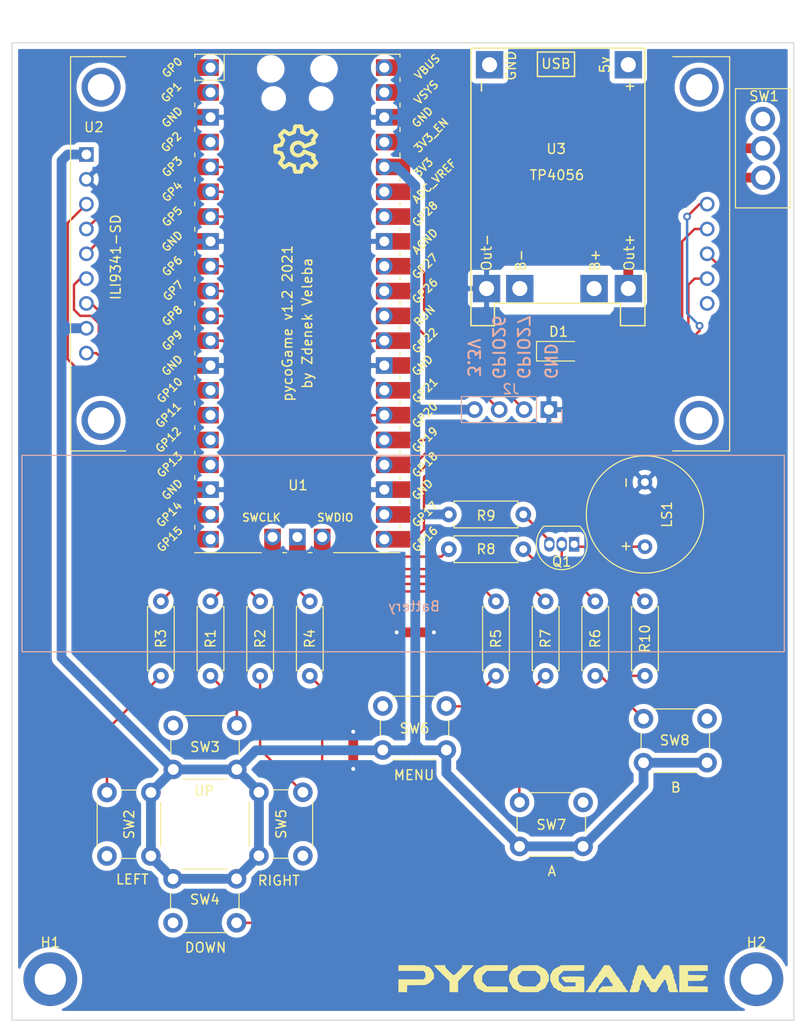
<source format=kicad_pcb>
(kicad_pcb (version 20171130) (host pcbnew "(5.1.9)-1")
  (layers (0 F.Cu signal) (31 B.Cu signal) (35 F.Paste user) (36 B.SilkS user) (37 F.SilkS user) (38 B.Mask user) (39 F.Mask user) (44 Edge.Cuts user))
  (net 0 "")
  (net 1 "Net-(D1-Pad2)")
  (net 2 /VSYS)
  (net 3 /BTN_UP)
  (net 4 "Net-(R1-Pad1)")
  (net 5 /BTN_LEFT)
  (net 6 "Net-(R2-Pad1)")
  (net 7 /BTN_RIGHT)
  (net 8 "Net-(R3-Pad1)")
  (net 9 /BTN_DOWN)
  (net 10 "Net-(R4-Pad1)")
  (net 11 "Net-(R5-Pad2)")
  (net 12 /BTN_MENU)
  (net 13 /BTN_B)
  (net 14 /BTN_A)
  (net 15 "Net-(SW1-Pad3)")
  (net 16 "Net-(SW1-Pad2)")
  (net 17 +3V3)
  (net 18 "Net-(U1-Pad43)")
  (net 19 "Net-(U1-Pad42)")
  (net 20 "Net-(U1-Pad41)")
  (net 21 SPI0-RX)
  (net 22 SPI0-CS)
  (net 23 GND)
  (net 24 SPI0-SCK)
  (net 25 SPI0-TX)
  (net 26 "Net-(U1-Pad30)")
  (net 27 "Net-(U1-Pad34)")
  (net 28 "Net-(U1-Pad35)")
  (net 29 "Net-(U1-Pad37)")
  (net 30 "Net-(U1-Pad40)")
  (net 31 "Net-(U1-Pad20)")
  (net 32 "Net-(U1-Pad19)")
  (net 33 SPI1-CS)
  (net 34 SPI1-RX)
  (net 35 SPI1-TX)
  (net 36 SPI1-SCK)
  (net 37 "Net-(U1-Pad1)")
  (net 38 "Net-(U2-Pad14)")
  (net 39 "Net-(U3-Pad1)")
  (net 40 "Net-(U3-Pad2)")
  (net 41 "Net-(U3-Pad5)")
  (net 42 "Net-(U3-Pad6)")
  (net 43 /Display_DC)
  (net 44 /Display_RST)
  (net 45 "Net-(R8-Pad2)")
  (net 46 "Net-(Q1-Pad2)")
  (net 47 "Net-(J2-Pad3)")
  (net 48 "Net-(J2-Pad2)")
  (net 49 "Net-(R6-Pad1)")
  (net 50 "Net-(R7-Pad1)")
  (net 51 "Net-(R10-Pad2)")
  (net 52 "Net-(LS1-Pad1)")
  (net 53 "Net-(U1-Pad27)")
  (net 54 "Net-(Q1-Pad3)")
  (module pycoGame:ILI9341-SD (layer F.Cu) (at 123.19 39.37)
    (fp_text reference U2 (at 0.762 -2.794 180) (layer F.SilkS))
    (fp_text value ILI9341-SD (at 3 10.5 90) (layer F.SilkS))
    (pad 1 thru_hole rect (at 0 0) (size 1.5 1.5) (drill 1) (layers *.Cu *.Mask) (net 17 +3V3))
    (pad 2 thru_hole circle (at 0 2.54) (size 1.5 1.5) (drill 1) (layers *.Cu *.Mask) (net 23 GND))
    (pad 3 thru_hole circle (at 0 5.08) (size 1.5 1.5) (drill 1) (layers *.Cu *.Mask) (net 33 SPI1-CS))
    (pad 4 thru_hole circle (at 0 7.62) (size 1.5 1.5) (drill 1) (layers *.Cu *.Mask) (net 44 /Display_RST))
    (pad 5 thru_hole circle (at 0 10.16) (size 1.5 1.5) (drill 1) (layers *.Cu *.Mask) (net 43 /Display_DC))
    (pad 6 thru_hole circle (at 0 12.7) (size 1.5 1.5) (drill 1) (layers *.Cu *.Mask) (net 35 SPI1-TX))
    (pad 7 thru_hole circle (at 0 15.24) (size 1.5 1.5) (drill 1) (layers *.Cu *.Mask) (net 36 SPI1-SCK))
    (pad 8 thru_hole circle (at 0 17.78) (size 1.5 1.5) (drill 1) (layers *.Cu *.Mask) (net 17 +3V3))
    (pad 9 thru_hole circle (at 0 20.32) (size 1.5 1.5) (drill 1) (layers *.Cu *.Mask) (net 34 SPI1-RX))
    (pad 10 thru_hole circle (at 63.52 5.08) (size 1.5 1.5) (drill 1) (layers *.Cu *.Mask) (net 22 SPI0-CS))
    (pad 11 thru_hole circle (at 63.52 7.62) (size 1.5 1.5) (drill 1) (layers *.Cu *.Mask) (net 25 SPI0-TX))
    (pad 12 thru_hole circle (at 63.52 10.16) (size 1.5 1.5) (drill 1) (layers *.Cu *.Mask) (net 21 SPI0-RX))
    (pad 13 thru_hole circle (at 63.52 12.7) (size 1.5 1.5) (drill 1) (layers *.Cu *.Mask) (net 24 SPI0-SCK))
    (pad 14 thru_hole circle (at 63.52 15.24) (size 1.5 1.5) (drill 1) (layers *.Cu *.Mask) (net 38 "Net-(U2-Pad14)"))
    (pad "" thru_hole circle (at 1.5 -6.89) (size 4 4) (drill 2.7) (layers *.Cu *.Mask))
    (pad "" thru_hole circle (at 62.7 -6.89) (size 4 4) (drill 2.7) (layers *.Cu *.Mask))
    (pad "" thru_hole circle (at 62.7 27.21) (size 4 4) (drill 2.7) (layers *.Cu *.Mask))
    (pad "" thru_hole circle (at 1.5 27.21) (size 4 4) (drill 2.7) (layers *.Cu *.Mask))
  )
  (module pycoGame:Speaker_KSQG-706BP (layer F.Cu) (at 180.34 76.2 90)
    (fp_text reference LS1 (at 0 2.25 90) (layer F.SilkS))
    (fp_text value "Speaker KSQG-706BP")
    (fp_text user - (at 3.25 -2 90) (layer F.SilkS))
    (fp_text user + (at -3.25 -2 90) (layer F.SilkS))
    (pad 2 thru_hole circle (at 3.3 0 90) (size 1.5 1.5) (drill 0.8) (layers *.Cu *.Mask) (net 23 GND))
    (pad 1 thru_hole circle (at -3.3 0 90) (size 1.5 1.5) (drill 0.8) (layers *.Cu *.Mask) (net 52 "Net-(LS1-Pad1)"))
  )
  (module pycoGame:BatteryHolder-18650-no-pads (layer B.Cu) (at 119.6 80.2)
    (fp_text reference Battery (at 37.118 5.398) (layer B.SilkS) (effects (justify mirror)))
    (fp_text value "BatteryHolder 18650 no pads")
  )
  (module pycoGame:pycogame_logo (layer F.Cu) (at 170.942 123.698)
    (fp_text reference G*** hide)
    (fp_text value LOGO hide)
  )
  (module Resistor_THT:R_Axial_DIN0207_L6.3mm_D2.5mm_P7.62mm_Horizontal (layer F.Cu) (at 180.34 85.09 270)
    (fp_text reference R10 (at 3.81 0 90) (layer F.SilkS))
    (fp_text value 20k)
    (pad 2 thru_hole oval (at 7.62 0 270) (size 1.6 1.6) (drill 0.8) (layers *.Cu *.Mask) (net 51 "Net-(R10-Pad2)"))
    (pad 1 thru_hole circle (at 0 0 270) (size 1.6 1.6) (drill 0.8) (layers *.Cu *.Mask) (net 46 "Net-(Q1-Pad2)"))
  )
  (module pycoGame:TP4056 (layer F.Cu) (at 180.34 28.486 270)
    (fp_text reference U3 (at 10.3125 9.0805 180) (layer F.SilkS))
    (fp_text value TP4056 (at 13 9 180) (layer F.SilkS))
    (fp_text user GND (at 1.8 13.7 90) (layer F.SilkS))
    (fp_text user 5v (at 1.7 4.1 90) (layer F.SilkS))
    (fp_text user B+ (at 21.7 5.1 90) (layer F.SilkS))
    (fp_text user B- (at 21.7 12.7 90) (layer F.SilkS))
    (fp_text user Out+ (at 20.9 1.6 90) (layer F.SilkS))
    (fp_text user Out- (at 20.9 16.2 90) (layer F.SilkS))
    (fp_text user USB (at 1.6 9.1) (layer F.SilkS))
    (fp_text user - (at 4 16.8 90) (layer F.SilkS))
    (fp_text user + (at 3.9 1.6 90) (layer F.SilkS))
    (pad 6 thru_hole rect (at 24.6 12.8 270) (size 2.8 2.8) (drill 1.54) (layers *.Cu *.Mask) (net 42 "Net-(U3-Pad6)"))
    (pad 5 thru_hole rect (at 24.6 5.2 270) (size 2.8 2.8) (drill 1.54) (layers *.Cu *.Mask) (net 41 "Net-(U3-Pad5)"))
    (pad 4 thru_hole rect (at 24.6 16.2 270) (size 2.8 2.8) (drill 1.54) (layers *.Cu *.Mask) (net 23 GND))
    (pad 3 thru_hole rect (at 24.6 1.7 270) (size 2.8 2.8) (drill 1.54) (layers *.Cu *.Mask) (net 16 "Net-(SW1-Pad2)"))
    (pad 2 thru_hole rect (at 1.7 15.9 270) (size 2.8 2.8) (drill 1.54) (layers *.Cu *.Mask) (net 40 "Net-(U3-Pad2)"))
    (pad 1 thru_hole rect (at 1.7 1.7 270) (size 2.8 2.8) (drill 1.54) (layers *.Cu *.Mask) (net 39 "Net-(U3-Pad1)"))
  )
  (module MountingHole:MountingHole_3.2mm_M3_ISO14580_Pad (layer F.Cu) (at 191.75 123.75)
    (fp_text reference H2 (at 0 -3.75) (layer F.SilkS))
    (fp_text value MountingHole)
    (pad 1 thru_hole circle (at 0 0) (size 5.5 5.5) (drill 3.2) (layers *.Cu *.Mask))
  )
  (module MountingHole:MountingHole_3.2mm_M3_ISO14580_Pad (layer F.Cu) (at 119.5 123.75)
    (fp_text reference H1 (at 0 -3.75) (layer F.SilkS))
    (fp_text value MountingHole)
    (pad 1 thru_hole circle (at 0 0) (size 5.5 5.5) (drill 3.2) (layers *.Cu *.Mask))
  )
  (module Connector_PinHeader_2.54mm:PinHeader_1x04_P2.54mm_Vertical (layer B.Cu) (at 170.512 65.472 90)
    (fp_text reference J2 (at 2.099 -3.888) (layer B.SilkS) (effects (justify mirror)))
    (fp_text value Conn_01x04)
    (pad 4 thru_hole oval (at 0 -7.62 90) (size 1.7 1.7) (drill 1) (layers *.Cu *.Mask) (net 17 +3V3))
    (pad 3 thru_hole oval (at 0 -5.08 90) (size 1.7 1.7) (drill 1) (layers *.Cu *.Mask) (net 47 "Net-(J2-Pad3)"))
    (pad 2 thru_hole oval (at 0 -2.54 90) (size 1.7 1.7) (drill 1) (layers *.Cu *.Mask) (net 48 "Net-(J2-Pad2)"))
    (pad 1 thru_hole rect (at 0 0 90) (size 1.7 1.7) (drill 1) (layers *.Cu *.Mask) (net 23 GND))
  )
  (module Diode_SMD:D_SOD-123 (layer F.Cu) (at 171.5 59.5)
    (fp_text reference D1 (at 0 -2) (layer F.SilkS))
    (fp_text value MBR0520LT1G)
    (pad 2 smd rect (at 1.65 0) (size 0.9 1.2) (layers F.Cu F.Paste F.Mask) (net 1 "Net-(D1-Pad2)"))
    (pad 1 smd rect (at -1.65 0) (size 0.9 1.2) (layers F.Cu F.Paste F.Mask) (net 2 /VSYS))
  )
  (module pypiGame:switch (layer F.Cu) (at 192.405 38.735 90)
    (fp_text reference SW1 (at 5.334 0.127) (layer F.SilkS))
    (fp_text value SW_PWR)
    (pad 3 thru_hole circle (at 3 0 90) (size 2.5 2.5) (drill 1.5) (layers *.Cu *.Mask) (net 15 "Net-(SW1-Pad3)"))
    (pad 1 thru_hole circle (at -3 0 90) (size 2.5 2.5) (drill 1.5) (layers *.Cu *.Mask) (net 1 "Net-(D1-Pad2)"))
    (pad 2 thru_hole circle (at 0 0 90) (size 2.5 2.5) (drill 1.5) (layers *.Cu *.Mask) (net 16 "Net-(SW1-Pad2)"))
  )
  (module Resistor_THT:R_Axial_DIN0207_L6.3mm_D2.5mm_P7.62mm_Horizontal (layer F.Cu) (at 167.894 76.2 180)
    (fp_text reference R9 (at 3.81 -0.127) (layer F.SilkS))
    (fp_text value 200)
    (pad 2 thru_hole oval (at 7.62 0 180) (size 1.6 1.6) (drill 0.8) (layers *.Cu *.Mask) (net 17 +3V3))
    (pad 1 thru_hole circle (at 0 0 180) (size 1.6 1.6) (drill 0.8) (layers *.Cu *.Mask) (net 54 "Net-(Q1-Pad3)"))
  )
  (module Package_TO_SOT_THT:TO-92_Inline (layer F.Cu) (at 173.101 79.248 180)
    (fp_text reference Q1 (at 1.27 -1.778) (layer F.SilkS))
    (fp_text value PN2222A)
    (pad 1 thru_hole rect (at 0 0 180) (size 1.05 1.5) (drill 0.75) (layers *.Cu *.Mask) (net 52 "Net-(LS1-Pad1)"))
    (pad 3 thru_hole oval (at 2.54 0 180) (size 1.05 1.5) (drill 0.75) (layers *.Cu *.Mask) (net 54 "Net-(Q1-Pad3)"))
    (pad 2 thru_hole oval (at 1.27 0 180) (size 1.05 1.5) (drill 0.75) (layers *.Cu *.Mask) (net 46 "Net-(Q1-Pad2)"))
  )
  (module Resistor_THT:R_Axial_DIN0207_L6.3mm_D2.5mm_P7.62mm_Horizontal (layer F.Cu) (at 167.894 79.756 180)
    (fp_text reference R8 (at 3.81 0) (layer F.SilkS))
    (fp_text value 20k)
    (pad 2 thru_hole oval (at 7.62 0 180) (size 1.6 1.6) (drill 0.8) (layers *.Cu *.Mask) (net 45 "Net-(R8-Pad2)"))
    (pad 1 thru_hole circle (at 0 0 180) (size 1.6 1.6) (drill 0.8) (layers *.Cu *.Mask) (net 46 "Net-(Q1-Pad2)"))
  )
  (module RPi_Pico:RPi_Pico_SMD_TH (layer F.Cu) (at 144.78 54.61)
    (fp_text reference U1 (at 0.0635 18.6055) (layer F.SilkS))
    (fp_text value Pico)
    (fp_text user SWDIO (at 3.8735 21.9075) (layer F.SilkS) (effects (font (size 0.8 0.8))))
    (fp_text user SWCLK (at -3.683 21.9075) (layer F.SilkS) (effects (font (size 0.8 0.8))))
    (fp_text user AGND (at 13.054 -6.35 45) (layer F.SilkS) (effects (font (size 0.8 0.8))))
    (fp_text user GND (at 12.8 -19.05 45) (layer F.SilkS) (effects (font (size 0.8 0.8))))
    (fp_text user GND (at 12.8 6.35 45) (layer F.SilkS) (effects (font (size 0.8 0.8))))
    (fp_text user GND (at 12.8 19.05 45) (layer F.SilkS) (effects (font (size 0.8 0.8))))
    (fp_text user GND (at -12.8 19.05 45) (layer F.SilkS) (effects (font (size 0.8 0.8))))
    (fp_text user GND (at -12.8 6.35 45) (layer F.SilkS) (effects (font (size 0.8 0.8))))
    (fp_text user GND (at -12.8 -6.35 45) (layer F.SilkS) (effects (font (size 0.8 0.8))))
    (fp_text user GND (at -12.8 -19.05 45) (layer F.SilkS) (effects (font (size 0.8 0.8))))
    (fp_text user VBUS (at 13.3 -24.2 45) (layer F.SilkS) (effects (font (size 0.8 0.8))))
    (fp_text user VSYS (at 13.2 -21.59 45) (layer F.SilkS) (effects (font (size 0.8 0.8))))
    (fp_text user 3V3_EN (at 13.7 -17.2 45) (layer F.SilkS) (effects (font (size 0.8 0.8))))
    (fp_text user 3V3 (at 12.9 -13.9 45) (layer F.SilkS) (effects (font (size 0.8 0.8))))
    (fp_text user ADC_VREF (at 14 -12.5 45) (layer F.SilkS) (effects (font (size 0.8 0.8))))
    (fp_text user GP28 (at 13.054 -9.144 45) (layer F.SilkS) (effects (font (size 0.8 0.8))))
    (fp_text user GP27 (at 13.054 -3.8 45) (layer F.SilkS) (effects (font (size 0.8 0.8))))
    (fp_text user GP26 (at 13.054 -1.27 45) (layer F.SilkS) (effects (font (size 0.8 0.8))))
    (fp_text user RUN (at 13 1.27 45) (layer F.SilkS) (effects (font (size 0.8 0.8))))
    (fp_text user GP22 (at 13.054 3.81 45) (layer F.SilkS) (effects (font (size 0.8 0.8))))
    (fp_text user GP21 (at 13.054 8.9 45) (layer F.SilkS) (effects (font (size 0.8 0.8))))
    (fp_text user GP20 (at 13.054 11.43 45) (layer F.SilkS) (effects (font (size 0.8 0.8))))
    (fp_text user GP19 (at 13.054 13.97 45) (layer F.SilkS) (effects (font (size 0.8 0.8))))
    (fp_text user GP18 (at 13.054 16.51 45) (layer F.SilkS) (effects (font (size 0.8 0.8))))
    (fp_text user GP17 (at 13.054 21.59 45) (layer F.SilkS) (effects (font (size 0.8 0.8))))
    (fp_text user GP16 (at 13.054 24.13 45) (layer F.SilkS) (effects (font (size 0.8 0.8))))
    (fp_text user GP15 (at -13.054 24.13 45) (layer F.SilkS) (effects (font (size 0.8 0.8))))
    (fp_text user GP14 (at -13.1 21.59 45) (layer F.SilkS) (effects (font (size 0.8 0.8))))
    (fp_text user GP13 (at -13.054 16.51 45) (layer F.SilkS) (effects (font (size 0.8 0.8))))
    (fp_text user GP12 (at -13.2 13.97 45) (layer F.SilkS) (effects (font (size 0.8 0.8))))
    (fp_text user GP11 (at -13.2 11.43 45) (layer F.SilkS) (effects (font (size 0.8 0.8))))
    (fp_text user GP10 (at -13.054 8.89 45) (layer F.SilkS) (effects (font (size 0.8 0.8))))
    (fp_text user GP9 (at -12.8 3.81 45) (layer F.SilkS) (effects (font (size 0.8 0.8))))
    (fp_text user GP8 (at -12.8 1.27 45) (layer F.SilkS) (effects (font (size 0.8 0.8))))
    (fp_text user GP7 (at -12.7 -1.3 45) (layer F.SilkS) (effects (font (size 0.8 0.8))))
    (fp_text user GP6 (at -12.8 -3.81 45) (layer F.SilkS) (effects (font (size 0.8 0.8))))
    (fp_text user GP5 (at -12.8 -8.89 45) (layer F.SilkS) (effects (font (size 0.8 0.8))))
    (fp_text user GP4 (at -12.8 -11.43 45) (layer F.SilkS) (effects (font (size 0.8 0.8))))
    (fp_text user GP3 (at -12.8 -13.97 45) (layer F.SilkS) (effects (font (size 0.8 0.8))))
    (fp_text user GP0 (at -12.8 -24.13 45) (layer F.SilkS) (effects (font (size 0.8 0.8))))
    (fp_text user GP2 (at -12.9 -16.51 45) (layer F.SilkS) (effects (font (size 0.8 0.8))))
    (fp_text user GP1 (at -12.9 -21.6 45) (layer F.SilkS) (effects (font (size 0.8 0.8))))
    (pad 43 thru_hole oval (at 2.54 23.9) (size 1.7 1.7) (drill 1.02) (layers *.Cu *.Mask) (net 18 "Net-(U1-Pad43)"))
    (pad 43 smd rect (at 2.54 23.9 90) (size 3.5 1.7) (drill (offset -0.9 0)) (layers F.Cu F.Mask) (net 18 "Net-(U1-Pad43)"))
    (pad 42 thru_hole rect (at 0 23.9) (size 1.7 1.7) (drill 1.02) (layers *.Cu *.Mask) (net 19 "Net-(U1-Pad42)"))
    (pad 42 smd rect (at 0 23.9 90) (size 3.5 1.7) (drill (offset -0.9 0)) (layers F.Cu F.Mask) (net 19 "Net-(U1-Pad42)"))
    (pad 41 thru_hole oval (at -2.54 23.9) (size 1.7 1.7) (drill 1.02) (layers *.Cu *.Mask) (net 20 "Net-(U1-Pad41)"))
    (pad 41 smd rect (at -2.54 23.9 90) (size 3.5 1.7) (drill (offset -0.9 0)) (layers F.Cu F.Mask) (net 20 "Net-(U1-Pad41)"))
    (pad "" np_thru_hole oval (at 2.425 -20.97) (size 1.5 1.5) (drill 1.5) (layers *.Cu *.Mask))
    (pad "" np_thru_hole oval (at -2.425 -20.97) (size 1.5 1.5) (drill 1.5) (layers *.Cu *.Mask))
    (pad "" np_thru_hole oval (at 2.725 -24) (size 1.8 1.8) (drill 1.8) (layers *.Cu *.Mask))
    (pad "" np_thru_hole oval (at -2.725 -24) (size 1.8 1.8) (drill 1.8) (layers *.Cu *.Mask))
    (pad 21 smd rect (at 8.89 24.13) (size 3.5 1.7) (drill (offset 0.9 0)) (layers F.Cu F.Mask) (net 21 SPI0-RX))
    (pad 22 smd rect (at 8.89 21.59) (size 3.5 1.7) (drill (offset 0.9 0)) (layers F.Cu F.Mask) (net 22 SPI0-CS))
    (pad 23 smd rect (at 8.89 19.05) (size 3.5 1.7) (drill (offset 0.9 0)) (layers F.Cu F.Mask) (net 23 GND))
    (pad 24 smd rect (at 8.89 16.51) (size 3.5 1.7) (drill (offset 0.9 0)) (layers F.Cu F.Mask) (net 24 SPI0-SCK))
    (pad 25 smd rect (at 8.89 13.97) (size 3.5 1.7) (drill (offset 0.9 0)) (layers F.Cu F.Mask) (net 25 SPI0-TX))
    (pad 26 smd rect (at 8.89 11.43) (size 3.5 1.7) (drill (offset 0.9 0)) (layers F.Cu F.Mask) (net 45 "Net-(R8-Pad2)"))
    (pad 27 smd rect (at 8.89 8.89) (size 3.5 1.7) (drill (offset 0.9 0)) (layers F.Cu F.Mask) (net 53 "Net-(U1-Pad27)"))
    (pad 28 smd rect (at 8.89 6.35) (size 3.5 1.7) (drill (offset 0.9 0)) (layers F.Cu F.Mask) (net 23 GND))
    (pad 29 smd rect (at 8.89 3.81) (size 3.5 1.7) (drill (offset 0.9 0)) (layers F.Cu F.Mask) (net 51 "Net-(R10-Pad2)"))
    (pad 30 smd rect (at 8.89 1.27) (size 3.5 1.7) (drill (offset 0.9 0)) (layers F.Cu F.Mask) (net 26 "Net-(U1-Pad30)"))
    (pad 31 smd rect (at 8.89 -1.27) (size 3.5 1.7) (drill (offset 0.9 0)) (layers F.Cu F.Mask) (net 47 "Net-(J2-Pad3)"))
    (pad 32 smd rect (at 8.89 -3.81) (size 3.5 1.7) (drill (offset 0.9 0)) (layers F.Cu F.Mask) (net 48 "Net-(J2-Pad2)"))
    (pad 33 smd rect (at 8.89 -6.35) (size 3.5 1.7) (drill (offset 0.9 0)) (layers F.Cu F.Mask) (net 23 GND))
    (pad 34 smd rect (at 8.89 -8.89) (size 3.5 1.7) (drill (offset 0.9 0)) (layers F.Cu F.Mask) (net 27 "Net-(U1-Pad34)"))
    (pad 35 smd rect (at 8.89 -11.43) (size 3.5 1.7) (drill (offset 0.9 0)) (layers F.Cu F.Mask) (net 28 "Net-(U1-Pad35)"))
    (pad 36 smd rect (at 8.89 -13.97) (size 3.5 1.7) (drill (offset 0.9 0)) (layers F.Cu F.Mask) (net 17 +3V3))
    (pad 37 smd rect (at 8.89 -16.51) (size 3.5 1.7) (drill (offset 0.9 0)) (layers F.Cu F.Mask) (net 29 "Net-(U1-Pad37)"))
    (pad 38 smd rect (at 8.89 -19.05) (size 3.5 1.7) (drill (offset 0.9 0)) (layers F.Cu F.Mask) (net 23 GND))
    (pad 39 smd rect (at 8.89 -21.59) (size 3.5 1.7) (drill (offset 0.9 0)) (layers F.Cu F.Mask) (net 2 /VSYS))
    (pad 40 smd rect (at 8.89 -24.13) (size 3.5 1.7) (drill (offset 0.9 0)) (layers F.Cu F.Mask) (net 30 "Net-(U1-Pad40)"))
    (pad 20 smd rect (at -8.89 24.13) (size 3.5 1.7) (drill (offset -0.9 0)) (layers F.Cu F.Mask) (net 31 "Net-(U1-Pad20)"))
    (pad 19 smd rect (at -8.89 21.59) (size 3.5 1.7) (drill (offset -0.9 0)) (layers F.Cu F.Mask) (net 32 "Net-(U1-Pad19)"))
    (pad 18 smd rect (at -8.89 19.05) (size 3.5 1.7) (drill (offset -0.9 0)) (layers F.Cu F.Mask) (net 23 GND))
    (pad 17 smd rect (at -8.89 16.51) (size 3.5 1.7) (drill (offset -0.9 0)) (layers F.Cu F.Mask) (net 33 SPI1-CS))
    (pad 16 smd rect (at -8.89 13.97) (size 3.5 1.7) (drill (offset -0.9 0)) (layers F.Cu F.Mask) (net 34 SPI1-RX))
    (pad 15 smd rect (at -8.89 11.43) (size 3.5 1.7) (drill (offset -0.9 0)) (layers F.Cu F.Mask) (net 35 SPI1-TX))
    (pad 14 smd rect (at -8.89 8.89) (size 3.5 1.7) (drill (offset -0.9 0)) (layers F.Cu F.Mask) (net 36 SPI1-SCK))
    (pad 13 smd rect (at -8.89 6.35) (size 3.5 1.7) (drill (offset -0.9 0)) (layers F.Cu F.Mask) (net 23 GND))
    (pad 12 smd rect (at -8.89 3.81) (size 3.5 1.7) (drill (offset -0.9 0)) (layers F.Cu F.Mask) (net 5 /BTN_LEFT))
    (pad 11 smd rect (at -8.89 1.27) (size 3.5 1.7) (drill (offset -0.9 0)) (layers F.Cu F.Mask) (net 3 /BTN_UP))
    (pad 10 smd rect (at -8.89 -1.27) (size 3.5 1.7) (drill (offset -0.9 0)) (layers F.Cu F.Mask) (net 7 /BTN_RIGHT))
    (pad 9 smd rect (at -8.89 -3.81) (size 3.5 1.7) (drill (offset -0.9 0)) (layers F.Cu F.Mask) (net 9 /BTN_DOWN))
    (pad 8 smd rect (at -8.89 -6.35) (size 3.5 1.7) (drill (offset -0.9 0)) (layers F.Cu F.Mask) (net 23 GND))
    (pad 7 smd rect (at -8.89 -8.89) (size 3.5 1.7) (drill (offset -0.9 0)) (layers F.Cu F.Mask) (net 12 /BTN_MENU))
    (pad 6 smd rect (at -8.89 -11.43) (size 3.5 1.7) (drill (offset -0.9 0)) (layers F.Cu F.Mask) (net 14 /BTN_A))
    (pad 5 smd rect (at -8.89 -13.97) (size 3.5 1.7) (drill (offset -0.9 0)) (layers F.Cu F.Mask) (net 13 /BTN_B))
    (pad 4 smd rect (at -8.89 -16.51) (size 3.5 1.7) (drill (offset -0.9 0)) (layers F.Cu F.Mask) (net 43 /Display_DC))
    (pad 3 smd rect (at -8.89 -19.05) (size 3.5 1.7) (drill (offset -0.9 0)) (layers F.Cu F.Mask) (net 23 GND))
    (pad 2 smd rect (at -8.89 -21.59) (size 3.5 1.7) (drill (offset -0.9 0)) (layers F.Cu F.Mask) (net 44 /Display_RST))
    (pad 1 smd rect (at -8.89 -24.13) (size 3.5 1.7) (drill (offset -0.9 0)) (layers F.Cu F.Mask) (net 37 "Net-(U1-Pad1)"))
    (pad 40 thru_hole oval (at 8.89 -24.13) (size 1.7 1.7) (drill 1.02) (layers *.Cu *.Mask) (net 30 "Net-(U1-Pad40)"))
    (pad 39 thru_hole oval (at 8.89 -21.59) (size 1.7 1.7) (drill 1.02) (layers *.Cu *.Mask) (net 2 /VSYS))
    (pad 38 thru_hole rect (at 8.89 -19.05) (size 1.7 1.7) (drill 1.02) (layers *.Cu *.Mask) (net 23 GND))
    (pad 37 thru_hole oval (at 8.89 -16.51) (size 1.7 1.7) (drill 1.02) (layers *.Cu *.Mask) (net 29 "Net-(U1-Pad37)"))
    (pad 36 thru_hole oval (at 8.89 -13.97) (size 1.7 1.7) (drill 1.02) (layers *.Cu *.Mask) (net 17 +3V3))
    (pad 35 thru_hole oval (at 8.89 -11.43) (size 1.7 1.7) (drill 1.02) (layers *.Cu *.Mask) (net 28 "Net-(U1-Pad35)"))
    (pad 34 thru_hole oval (at 8.89 -8.89) (size 1.7 1.7) (drill 1.02) (layers *.Cu *.Mask) (net 27 "Net-(U1-Pad34)"))
    (pad 33 thru_hole rect (at 8.89 -6.35) (size 1.7 1.7) (drill 1.02) (layers *.Cu *.Mask) (net 23 GND))
    (pad 32 thru_hole oval (at 8.89 -3.81) (size 1.7 1.7) (drill 1.02) (layers *.Cu *.Mask) (net 48 "Net-(J2-Pad2)"))
    (pad 31 thru_hole oval (at 8.89 -1.27) (size 1.7 1.7) (drill 1.02) (layers *.Cu *.Mask) (net 47 "Net-(J2-Pad3)"))
    (pad 30 thru_hole oval (at 8.89 1.27) (size 1.7 1.7) (drill 1.02) (layers *.Cu *.Mask) (net 26 "Net-(U1-Pad30)"))
    (pad 29 thru_hole oval (at 8.89 3.81) (size 1.7 1.7) (drill 1.02) (layers *.Cu *.Mask) (net 51 "Net-(R10-Pad2)"))
    (pad 28 thru_hole rect (at 8.89 6.35) (size 1.7 1.7) (drill 1.02) (layers *.Cu *.Mask) (net 23 GND))
    (pad 27 thru_hole oval (at 8.89 8.89) (size 1.7 1.7) (drill 1.02) (layers *.Cu *.Mask) (net 53 "Net-(U1-Pad27)"))
    (pad 26 thru_hole oval (at 8.89 11.43) (size 1.7 1.7) (drill 1.02) (layers *.Cu *.Mask) (net 45 "Net-(R8-Pad2)"))
    (pad 25 thru_hole oval (at 8.89 13.97) (size 1.7 1.7) (drill 1.02) (layers *.Cu *.Mask) (net 25 SPI0-TX))
    (pad 24 thru_hole oval (at 8.89 16.51) (size 1.7 1.7) (drill 1.02) (layers *.Cu *.Mask) (net 24 SPI0-SCK))
    (pad 23 thru_hole rect (at 8.89 19.05) (size 1.7 1.7) (drill 1.02) (layers *.Cu *.Mask) (net 23 GND))
    (pad 22 thru_hole oval (at 8.89 21.59) (size 1.7 1.7) (drill 1.02) (layers *.Cu *.Mask) (net 22 SPI0-CS))
    (pad 21 thru_hole oval (at 8.89 24.13) (size 1.7 1.7) (drill 1.02) (layers *.Cu *.Mask) (net 21 SPI0-RX))
    (pad 20 thru_hole oval (at -8.89 24.13) (size 1.7 1.7) (drill 1.02) (layers *.Cu *.Mask) (net 31 "Net-(U1-Pad20)"))
    (pad 19 thru_hole oval (at -8.89 21.59) (size 1.7 1.7) (drill 1.02) (layers *.Cu *.Mask) (net 32 "Net-(U1-Pad19)"))
    (pad 18 thru_hole rect (at -8.89 19.05) (size 1.7 1.7) (drill 1.02) (layers *.Cu *.Mask) (net 23 GND))
    (pad 17 thru_hole oval (at -8.89 16.51) (size 1.7 1.7) (drill 1.02) (layers *.Cu *.Mask) (net 33 SPI1-CS))
    (pad 16 thru_hole oval (at -8.89 13.97) (size 1.7 1.7) (drill 1.02) (layers *.Cu *.Mask) (net 34 SPI1-RX))
    (pad 15 thru_hole oval (at -8.89 11.43) (size 1.7 1.7) (drill 1.02) (layers *.Cu *.Mask) (net 35 SPI1-TX))
    (pad 14 thru_hole oval (at -8.89 8.89) (size 1.7 1.7) (drill 1.02) (layers *.Cu *.Mask) (net 36 SPI1-SCK))
    (pad 13 thru_hole rect (at -8.89 6.35) (size 1.7 1.7) (drill 1.02) (layers *.Cu *.Mask) (net 23 GND))
    (pad 12 thru_hole oval (at -8.89 3.81) (size 1.7 1.7) (drill 1.02) (layers *.Cu *.Mask) (net 5 /BTN_LEFT))
    (pad 11 thru_hole oval (at -8.89 1.27) (size 1.7 1.7) (drill 1.02) (layers *.Cu *.Mask) (net 3 /BTN_UP))
    (pad 10 thru_hole oval (at -8.89 -1.27) (size 1.7 1.7) (drill 1.02) (layers *.Cu *.Mask) (net 7 /BTN_RIGHT))
    (pad 9 thru_hole oval (at -8.89 -3.81) (size 1.7 1.7) (drill 1.02) (layers *.Cu *.Mask) (net 9 /BTN_DOWN))
    (pad 8 thru_hole rect (at -8.89 -6.35) (size 1.7 1.7) (drill 1.02) (layers *.Cu *.Mask) (net 23 GND))
    (pad 7 thru_hole oval (at -8.89 -8.89) (size 1.7 1.7) (drill 1.02) (layers *.Cu *.Mask) (net 12 /BTN_MENU))
    (pad 6 thru_hole oval (at -8.89 -11.43) (size 1.7 1.7) (drill 1.02) (layers *.Cu *.Mask) (net 14 /BTN_A))
    (pad 5 thru_hole oval (at -8.89 -13.97) (size 1.7 1.7) (drill 1.02) (layers *.Cu *.Mask) (net 13 /BTN_B))
    (pad 4 thru_hole oval (at -8.89 -16.51) (size 1.7 1.7) (drill 1.02) (layers *.Cu *.Mask) (net 43 /Display_DC))
    (pad 3 thru_hole rect (at -8.89 -19.05) (size 1.7 1.7) (drill 1.02) (layers *.Cu *.Mask) (net 23 GND))
    (pad 2 thru_hole oval (at -8.89 -21.59) (size 1.7 1.7) (drill 1.02) (layers *.Cu *.Mask) (net 44 /Display_RST))
    (pad 1 thru_hole oval (at -8.89 -24.13) (size 1.7 1.7) (drill 1.02) (layers *.Cu *.Mask) (net 37 "Net-(U1-Pad1)"))
  )
  (module Button_Switch_THT:SW_PUSH_6mm_H5mm (layer F.Cu) (at 180.2 97.1)
    (fp_text reference SW8 (at 3.188 2.214) (layer F.SilkS))
    (fp_text value B (at 3.302 7.04) (layer F.SilkS))
    (pad 1 thru_hole circle (at 6.5 0 90) (size 2 2) (drill 1.1) (layers *.Cu *.Mask) (net 49 "Net-(R6-Pad1)"))
    (pad 2 thru_hole circle (at 6.5 4.5 90) (size 2 2) (drill 1.1) (layers *.Cu *.Mask) (net 17 +3V3))
    (pad 1 thru_hole circle (at 0 0 90) (size 2 2) (drill 1.1) (layers *.Cu *.Mask) (net 49 "Net-(R6-Pad1)"))
    (pad 2 thru_hole circle (at 0 4.5 90) (size 2 2) (drill 1.1) (layers *.Cu *.Mask) (net 17 +3V3))
  )
  (module Button_Switch_THT:SW_PUSH_6mm_H5mm (layer F.Cu) (at 167.513 105.664)
    (fp_text reference SW7 (at 3.25 2.286) (layer F.SilkS))
    (fp_text value A (at 3.302 7.03) (layer F.SilkS))
    (pad 1 thru_hole circle (at 6.5 0 90) (size 2 2) (drill 1.1) (layers *.Cu *.Mask) (net 50 "Net-(R7-Pad1)"))
    (pad 2 thru_hole circle (at 6.5 4.5 90) (size 2 2) (drill 1.1) (layers *.Cu *.Mask) (net 17 +3V3))
    (pad 1 thru_hole circle (at 0 0 90) (size 2 2) (drill 1.1) (layers *.Cu *.Mask) (net 50 "Net-(R7-Pad1)"))
    (pad 2 thru_hole circle (at 0 4.5 90) (size 2 2) (drill 1.1) (layers *.Cu *.Mask) (net 17 +3V3))
  )
  (module Button_Switch_THT:SW_PUSH_6mm_H5mm (layer F.Cu) (at 153.52 95.8)
    (fp_text reference SW6 (at 3.25 2.286) (layer F.SilkS))
    (fp_text value MENU (at 3.198 7.07) (layer F.SilkS))
    (pad 1 thru_hole circle (at 6.5 0 90) (size 2 2) (drill 1.1) (layers *.Cu *.Mask) (net 11 "Net-(R5-Pad2)"))
    (pad 2 thru_hole circle (at 6.5 4.5 90) (size 2 2) (drill 1.1) (layers *.Cu *.Mask) (net 17 +3V3))
    (pad 1 thru_hole circle (at 0 0 90) (size 2 2) (drill 1.1) (layers *.Cu *.Mask) (net 11 "Net-(R5-Pad2)"))
    (pad 2 thru_hole circle (at 0 4.5 90) (size 2 2) (drill 1.1) (layers *.Cu *.Mask) (net 17 +3V3))
  )
  (module Button_Switch_THT:SW_PUSH_6mm_H5mm (layer F.Cu) (at 140.843 111.125 90)
    (fp_text reference SW5 (at 3.25 2.286 90) (layer F.SilkS))
    (fp_text value RIGHT (at -2.54 2.032 180) (layer F.SilkS))
    (pad 1 thru_hole circle (at 6.5 0 180) (size 2 2) (drill 1.1) (layers *.Cu *.Mask) (net 17 +3V3))
    (pad 2 thru_hole circle (at 6.5 4.5 180) (size 2 2) (drill 1.1) (layers *.Cu *.Mask) (net 6 "Net-(R2-Pad1)"))
    (pad 1 thru_hole circle (at 0 0 180) (size 2 2) (drill 1.1) (layers *.Cu *.Mask) (net 17 +3V3))
    (pad 2 thru_hole circle (at 0 4.5 180) (size 2 2) (drill 1.1) (layers *.Cu *.Mask) (net 6 "Net-(R2-Pad1)"))
  )
  (module Button_Switch_THT:SW_PUSH_6mm_H5mm (layer F.Cu) (at 138.557 117.983 180)
    (fp_text reference SW4 (at 3.25 2.38) (layer F.SilkS))
    (fp_text value DOWN (at 3.175 -2.54) (layer F.SilkS))
    (pad 1 thru_hole circle (at 6.5 0 270) (size 2 2) (drill 1.1) (layers *.Cu *.Mask) (net 10 "Net-(R4-Pad1)"))
    (pad 2 thru_hole circle (at 6.5 4.5 270) (size 2 2) (drill 1.1) (layers *.Cu *.Mask) (net 17 +3V3))
    (pad 1 thru_hole circle (at 0 0 270) (size 2 2) (drill 1.1) (layers *.Cu *.Mask) (net 10 "Net-(R4-Pad1)"))
    (pad 2 thru_hole circle (at 0 4.5 270) (size 2 2) (drill 1.1) (layers *.Cu *.Mask) (net 17 +3V3))
  )
  (module Button_Switch_THT:SW_PUSH_6mm_H5mm (layer F.Cu) (at 132.08 97.79)
    (fp_text reference SW3 (at 3.25 2.21) (layer F.SilkS))
    (fp_text value UP (at 3.175 6.7) (layer F.SilkS))
    (pad 1 thru_hole circle (at 6.5 0 90) (size 2 2) (drill 1.1) (layers *.Cu *.Mask) (net 4 "Net-(R1-Pad1)"))
    (pad 2 thru_hole circle (at 6.5 4.5 90) (size 2 2) (drill 1.1) (layers *.Cu *.Mask) (net 17 +3V3))
    (pad 1 thru_hole circle (at 0 0 90) (size 2 2) (drill 1.1) (layers *.Cu *.Mask) (net 4 "Net-(R1-Pad1)"))
    (pad 2 thru_hole circle (at 0 4.5 90) (size 2 2) (drill 1.1) (layers *.Cu *.Mask) (net 17 +3V3))
  )
  (module Button_Switch_THT:SW_PUSH_6mm_H5mm (layer F.Cu) (at 129.794 104.648 270)
    (fp_text reference SW2 (at 3.2615 2.2225 90) (layer F.SilkS))
    (fp_text value LEFT (at 8.89 1.905 180) (layer F.SilkS))
    (pad 1 thru_hole circle (at 6.5 0) (size 2 2) (drill 1.1) (layers *.Cu *.Mask) (net 17 +3V3))
    (pad 2 thru_hole circle (at 6.5 4.5) (size 2 2) (drill 1.1) (layers *.Cu *.Mask) (net 8 "Net-(R3-Pad1)"))
    (pad 1 thru_hole circle (at 0 0) (size 2 2) (drill 1.1) (layers *.Cu *.Mask) (net 17 +3V3))
    (pad 2 thru_hole circle (at 0 4.5) (size 2 2) (drill 1.1) (layers *.Cu *.Mask) (net 8 "Net-(R3-Pad1)"))
  )
  (module Resistor_THT:R_Axial_DIN0207_L6.3mm_D2.5mm_P7.62mm_Horizontal (layer F.Cu) (at 170.18 92.71 90)
    (fp_text reference R7 (at 3.81 0 90) (layer F.SilkS))
    (fp_text value 1K)
    (pad 2 thru_hole oval (at 7.62 0 90) (size 1.6 1.6) (drill 0.8) (layers *.Cu *.Mask) (net 14 /BTN_A))
    (pad 1 thru_hole circle (at 0 0 90) (size 1.6 1.6) (drill 0.8) (layers *.Cu *.Mask) (net 50 "Net-(R7-Pad1)"))
  )
  (module Resistor_THT:R_Axial_DIN0207_L6.3mm_D2.5mm_P7.62mm_Horizontal (layer F.Cu) (at 175.26 92.71 90)
    (fp_text reference R6 (at 3.81 0 90) (layer F.SilkS))
    (fp_text value 1K)
    (pad 2 thru_hole oval (at 7.62 0 90) (size 1.6 1.6) (drill 0.8) (layers *.Cu *.Mask) (net 13 /BTN_B))
    (pad 1 thru_hole circle (at 0 0 90) (size 1.6 1.6) (drill 0.8) (layers *.Cu *.Mask) (net 49 "Net-(R6-Pad1)"))
  )
  (module Resistor_THT:R_Axial_DIN0207_L6.3mm_D2.5mm_P7.62mm_Horizontal (layer F.Cu) (at 165.1 85.09 270)
    (fp_text reference R5 (at 3.81 0 90) (layer F.SilkS))
    (fp_text value 1K)
    (pad 2 thru_hole oval (at 7.62 0 270) (size 1.6 1.6) (drill 0.8) (layers *.Cu *.Mask) (net 11 "Net-(R5-Pad2)"))
    (pad 1 thru_hole circle (at 0 0 270) (size 1.6 1.6) (drill 0.8) (layers *.Cu *.Mask) (net 12 /BTN_MENU))
  )
  (module Resistor_THT:R_Axial_DIN0207_L6.3mm_D2.5mm_P7.62mm_Horizontal (layer F.Cu) (at 146.05 92.71 90)
    (fp_text reference R4 (at 3.81 0 90) (layer F.SilkS))
    (fp_text value 1K)
    (pad 2 thru_hole oval (at 7.62 0 90) (size 1.6 1.6) (drill 0.8) (layers *.Cu *.Mask) (net 9 /BTN_DOWN))
    (pad 1 thru_hole circle (at 0 0 90) (size 1.6 1.6) (drill 0.8) (layers *.Cu *.Mask) (net 10 "Net-(R4-Pad1)"))
  )
  (module Resistor_THT:R_Axial_DIN0207_L6.3mm_D2.5mm_P7.62mm_Horizontal (layer F.Cu) (at 130.81 92.71 90)
    (fp_text reference R3 (at 3.81 0 90) (layer F.SilkS))
    (fp_text value 1K)
    (pad 2 thru_hole oval (at 7.62 0 90) (size 1.6 1.6) (drill 0.8) (layers *.Cu *.Mask) (net 5 /BTN_LEFT))
    (pad 1 thru_hole circle (at 0 0 90) (size 1.6 1.6) (drill 0.8) (layers *.Cu *.Mask) (net 8 "Net-(R3-Pad1)"))
  )
  (module Resistor_THT:R_Axial_DIN0207_L6.3mm_D2.5mm_P7.62mm_Horizontal (layer F.Cu) (at 140.97 92.71 90)
    (fp_text reference R2 (at 3.81 0 90) (layer F.SilkS))
    (fp_text value 1K)
    (pad 2 thru_hole oval (at 7.62 0 90) (size 1.6 1.6) (drill 0.8) (layers *.Cu *.Mask) (net 7 /BTN_RIGHT))
    (pad 1 thru_hole circle (at 0 0 90) (size 1.6 1.6) (drill 0.8) (layers *.Cu *.Mask) (net 6 "Net-(R2-Pad1)"))
  )
  (module Resistor_THT:R_Axial_DIN0207_L6.3mm_D2.5mm_P7.62mm_Horizontal (layer F.Cu) (at 135.89 92.71 90)
    (fp_text reference R1 (at 3.81 0 90) (layer F.SilkS))
    (fp_text value 1K)
    (pad 2 thru_hole oval (at 7.62 0 90) (size 1.6 1.6) (drill 0.8) (layers *.Cu *.Mask) (net 3 /BTN_UP))
    (pad 1 thru_hole circle (at 0 0 90) (size 1.6 1.6) (drill 0.8) (layers *.Cu *.Mask) (net 4 "Net-(R1-Pad1)"))
  )
  (gr_text GPIO26 (at 165.354 62.484 -90) (layer B.SilkS) (effects (font (size 1.2 1.2) (thickness 0.2)) (justify left mirror)))
  (gr_text GPIO27 (at 167.894 62.484 -90) (layer B.SilkS) (effects (font (size 1.2 1.2) (thickness 0.2)) (justify left mirror)))
  (gr_text 3.3V (at 162.814 62.23 270) (layer B.SilkS) (effects (font (size 1.2 1.2) (thickness 0.2)) (justify left mirror)))
  (gr_text GND (at 170.688 62.484 -90) (layer B.SilkS) (effects (font (size 1.2 1.2) (thickness 0.2)) (justify left mirror)))
  (gr_text "pycoGame v1.2 2021" (at 143.764 56.642 90) (layer F.SilkS) (effects (font (size 1 1))))
  (gr_text "by Zdenek Veleba" (at 145.796 56.642 90) (layer F.SilkS) (effects (font (size 1 1))))
  (gr_line (start 143.015637 37.368744) (end 143.417332 36.967048) (layer F.SilkS) (width 0.4))
  (gr_line (start 145.173166 36.511584) (end 145.280696 37.068951) (layer F.SilkS) (width 0.4))
  (gr_arc (start 145.143709 36.517267) (end 145.173166 36.511584) (angle -79.08031138) (layer F.SilkS) (width 0.4))
  (gr_arc (start 143.94232 37.256648) (end 143.925509 37.281496) (angle -56.58031138) (layer F.SilkS) (width 0.4))
  (gr_line (start 142.535856 39.09512) (end 142.535856 38.527037) (layer F.SilkS) (width 0.4))
  (gr_line (start 143.012002 40.215389) (end 143.330084 39.745236) (layer F.SilkS) (width 0.4))
  (gr_arc (start 144.409181 40.558889) (end 144.438638 40.553206) (angle -56.58031138) (layer F.SilkS) (width 0.4))
  (gr_arc (start 146.682484 37.389957) (end 146.707332 37.406768) (angle -79.08031138) (layer F.SilkS) (width 0.4))
  (gr_arc (start 143.111856 38.360593) (end 143.117539 38.390049) (angle -56.58031138) (layer F.SilkS) (width 0.4))
  (gr_line (start 145.298673 37.090984) (end 145.765534 37.284364) (layer F.SilkS) (width 0.4))
  (gr_line (start 144.575625 36.487267) (end 145.143709 36.487267) (layer F.SilkS) (width 0.4))
  (gr_line (start 143.332953 39.716945) (end 143.139573 39.250084) (layer F.SilkS) (width 0.4))
  (gr_arc (start 143.438546 36.988261) (end 143.455356 36.963414) (angle -79.08031138) (layer F.SilkS) (width 0.4))
  (gr_arc (start 143.111856 39.261564) (end 143.139573 39.250084) (angle -56.58031138) (layer F.SilkS) (width 0.4))
  (gr_arc (start 143.438546 40.633896) (end 143.417332 40.655109) (angle -79.08031138) (layer F.SilkS) (width 0.4))
  (gr_line (start 146.263978 40.658743) (end 145.793825 40.340661) (layer F.SilkS) (width 0.4))
  (gr_line (start 144.438638 37.068951) (end 144.546169 36.511584) (layer F.SilkS) (width 0.4))
  (gr_arc (start 145.777014 37.256648) (end 145.765534 37.284364) (angle -56.58031138) (layer F.SilkS) (width 0.4))
  (gr_arc (start 142.565856 39.09512) (end 142.535856 39.09512) (angle -79.08031138) (layer F.SilkS) (width 0.4))
  (gr_line (start 143.117539 39.232107) (end 142.560173 39.124577) (layer F.SilkS) (width 0.4))
  (gr_arc (start 143.94232 40.365509) (end 143.9538 40.337792) (angle -56.58031138) (layer F.SilkS) (width 0.4))
  (gr_line (start 145.280696 40.553206) (end 145.173166 41.110572) (layer F.SilkS) (width 0.4))
  (gr_line (start 144.546169 41.110572) (end 144.438638 40.553206) (layer F.SilkS) (width 0.4))
  (gr_arc (start 145.310153 40.558889) (end 145.298673 40.531173) (angle -56.58031138) (layer F.SilkS) (width 0.4))
  (gr_line (start 146.302002 36.967048) (end 146.703698 37.368744) (layer F.SilkS) (width 0.4))
  (gr_line (start 145.143709 41.134889) (end 144.575625 41.134889) (layer F.SilkS) (width 0.4))
  (gr_arc (start 142.565856 38.527037) (end 142.560173 38.49758) (angle -79.08031138) (layer F.SilkS) (width 0.4))
  (gr_arc (start 143.03685 40.2322) (end 143.012002 40.215389) (angle -79.08031138) (layer F.SilkS) (width 0.4))
  (gr_line (start 145.765534 40.337792) (end 145.298673 40.531173) (layer F.SilkS) (width 0.4))
  (gr_line (start 143.417332 40.655109) (end 143.015637 40.253413) (layer F.SilkS) (width 0.4))
  (gr_arc (start 145.143709 41.104889) (end 145.143709 41.134889) (angle -79.08031138) (layer F.SilkS) (width 0.4))
  (gr_arc (start 146.447215 38.130471) (end 146.458555 38.158245) (angle -90.2895947) (layer F.SilkS) (width 0.4))
  (gr_line (start 143.330084 37.876921) (end 143.012002 37.406768) (layer F.SilkS) (width 0.4))
  (gr_line (start 143.9538 37.284364) (end 144.420662 37.090984) (layer F.SilkS) (width 0.4))
  (gr_line (start 146.707332 37.406768) (end 146.38925 37.876921) (layer F.SilkS) (width 0.4))
  (gr_arc (start 144.575625 36.517267) (end 144.575625 36.487267) (angle -79.08031138) (layer F.SilkS) (width 0.4))
  (gr_arc (start 143.305237 39.728426) (end 143.330084 39.745236) (angle -56.58031138) (layer F.SilkS) (width 0.4))
  (gr_arc (start 143.03685 37.389957) (end 143.015637 37.368744) (angle -79.08031138) (layer F.SilkS) (width 0.4))
  (gr_line (start 144.420662 40.531173) (end 143.9538 40.337792) (layer F.SilkS) (width 0.4))
  (gr_line (start 143.925509 40.340661) (end 143.455356 40.658743) (layer F.SilkS) (width 0.4))
  (gr_arc (start 144.575625 41.104889) (end 144.546169 41.110572) (angle -79.08031138) (layer F.SilkS) (width 0.4))
  (gr_arc (start 146.280789 36.988261) (end 146.302002 36.967048) (angle -79.08031138) (layer F.SilkS) (width 0.4))
  (gr_arc (start 145.310153 37.063268) (end 145.280696 37.068951) (angle -56.58031138) (layer F.SilkS) (width 0.4))
  (gr_arc (start 145.777014 40.365509) (end 145.793825 40.340661) (angle -56.58031138) (layer F.SilkS) (width 0.4))
  (gr_arc (start 143.305237 37.893731) (end 143.332953 37.905212) (angle -56.58031138) (layer F.SilkS) (width 0.4))
  (gr_line (start 143.139573 38.372073) (end 143.332953 37.905212) (layer F.SilkS) (width 0.4))
  (gr_line (start 146.386381 37.905212) (end 146.474931 38.118991) (layer F.SilkS) (width 0.4))
  (gr_line (start 142.560173 38.49758) (end 143.117539 38.390049) (layer F.SilkS) (width 0.4))
  (gr_arc (start 144.409181 37.063268) (end 144.420662 37.090984) (angle -56.58031138) (layer F.SilkS) (width 0.4))
  (gr_arc (start 146.414098 37.893731) (end 146.38925 37.876921) (angle -56.58031138) (layer F.SilkS) (width 0.4))
  (gr_line (start 145.793825 37.281496) (end 146.263978 36.963414) (layer F.SilkS) (width 0.4))
  (gr_line (start 143.455356 36.963414) (end 143.925509 37.281496) (layer F.SilkS) (width 0.4))
  (gr_arc (start 145.483281 39.098107) (end 145.494621 39.070333) (angle -87.49537326) (layer F.SilkS) (width 0.4))
  (gr_line (start 146.703698 40.253413) (end 146.302002 40.655109) (layer F.SilkS) (width 0.4))
  (gr_line (start 146.38925 39.745236) (end 146.707332 40.215389) (layer F.SilkS) (width 0.4))
  (gr_arc (start 146.447215 39.491685) (end 146.474931 39.503166) (angle -90.2895947) (layer F.SilkS) (width 0.4))
  (gr_line (start 146.474931 39.503166) (end 146.386381 39.716945) (layer F.SilkS) (width 0.4))
  (gr_arc (start 144.859667 38.811078) (end 145.456029 38.536593) (angle -310.5699359) (layer F.SilkS) (width 0.4))
  (gr_arc (start 146.414098 39.728426) (end 146.386381 39.716945) (angle -56.58031138) (layer F.SilkS) (width 0.4))
  (gr_arc (start 146.280789 40.633896) (end 146.263978 40.658743) (angle -79.08031138) (layer F.SilkS) (width 0.4))
  (gr_arc (start 146.682484 40.2322) (end 146.703698 40.253413) (angle -79.08031138) (layer F.SilkS) (width 0.4))
  (gr_line (start 145.494621 39.070333) (end 146.458555 39.463911) (layer F.SilkS) (width 0.4))
  (gr_arc (start 145.483281 38.52405) (end 145.456029 38.536593) (angle -87.49537326) (layer F.SilkS) (width 0.4))
  (gr_line (start 146.458555 38.158245) (end 145.494621 38.551824) (layer F.SilkS) (width 0.4))
  (gr_poly (pts (xy 195.58 127.94) (xy 115.58 127.94) (xy 115.58 27.94) (xy 195.58 27.94)) (layer Edge.Cuts) (width 0.1))
  (segment (start 184.96 41.735) (end 182.245 44.45) (width 1) (layer F.Cu) (net 1))
  (segment (start 192.405 41.735) (end 184.96 41.735) (width 1) (layer F.Cu) (net 1))
  (segment (start 182.245 44.45) (end 182.245 54.505) (width 1) (layer F.Cu) (net 1))
  (segment (start 182.245 54.505) (end 177.25 59.5) (width 1) (layer F.Cu) (net 1))
  (segment (start 177.25 59.5) (end 173.5 59.5) (width 1) (layer F.Cu) (net 1))
  (segment (start 155.890002 33.02) (end 153.67 33.02) (width 1) (layer F.Cu) (net 2))
  (segment (start 165.5 59.5) (end 169.85 59.5) (width 1) (layer F.Cu) (net 2))
  (segment (start 160.909 54.909) (end 165.5 59.5) (width 1) (layer F.Cu) (net 2))
  (segment (start 160.909 35.179) (end 160.909 54.909) (width 1) (layer F.Cu) (net 2))
  (segment (start 158.75 33.02) (end 160.909 35.179) (width 1) (layer F.Cu) (net 2))
  (segment (start 153.67 33.02) (end 158.75 33.02) (width 1) (layer F.Cu) (net 2))
  (segment (start 137.16 55.88) (end 135.89 55.88) (width 0.25) (layer F.Cu) (net 3))
  (segment (start 138.43 57.15) (end 137.16 55.88) (width 0.25) (layer F.Cu) (net 3))
  (segment (start 138.43 82.55) (end 135.89 85.09) (width 0.25) (layer F.Cu) (net 3))
  (segment (start 138.43 57.15) (end 138.43 82.55) (width 0.25) (layer F.Cu) (net 3))
  (segment (start 138.58 95.4) (end 135.89 92.71) (width 0.25) (layer F.Cu) (net 4))
  (segment (start 138.58 97.79) (end 138.58 95.4) (width 0.25) (layer F.Cu) (net 4))
  (segment (start 134.62 81.28) (end 130.81 85.09) (width 0.25) (layer F.Cu) (net 5))
  (segment (start 137.16 81.28) (end 134.62 81.28) (width 0.25) (layer F.Cu) (net 5))
  (segment (start 137.795 80.645) (end 137.16 81.28) (width 0.25) (layer F.Cu) (net 5))
  (segment (start 137.795 59.055) (end 137.795 80.645) (width 0.25) (layer F.Cu) (net 5))
  (segment (start 137.16 58.42) (end 137.795 59.055) (width 0.25) (layer F.Cu) (net 5))
  (segment (start 135.89 58.42) (end 137.16 58.42) (width 0.25) (layer F.Cu) (net 5))
  (segment (start 140.97 100.252) (end 145.343 104.625) (width 0.25) (layer F.Cu) (net 6))
  (segment (start 140.97 92.71) (end 140.97 100.252) (width 0.25) (layer F.Cu) (net 6))
  (segment (start 137.16 53.34) (end 135.89 53.34) (width 0.25) (layer F.Cu) (net 7))
  (segment (start 139.065 55.245) (end 137.16 53.34) (width 0.25) (layer F.Cu) (net 7))
  (segment (start 139.065 83.185) (end 139.065 55.245) (width 0.25) (layer F.Cu) (net 7))
  (segment (start 140.97 85.09) (end 139.065 83.185) (width 0.25) (layer F.Cu) (net 7))
  (segment (start 125.294 98.226) (end 125.294 104.648) (width 0.25) (layer F.Cu) (net 8))
  (segment (start 130.81 92.71) (end 125.294 98.226) (width 0.25) (layer F.Cu) (net 8))
  (segment (start 137.16 50.8) (end 135.89 50.8) (width 0.25) (layer F.Cu) (net 9))
  (segment (start 139.7 81.915) (end 139.7 53.34) (width 0.25) (layer F.Cu) (net 9))
  (segment (start 139.7 53.34) (end 137.16 50.8) (width 0.25) (layer F.Cu) (net 9))
  (segment (start 139.7 81.915) (end 140.335 82.55) (width 0.25) (layer F.Cu) (net 9))
  (segment (start 140.335 82.55) (end 143.51 82.55) (width 0.25) (layer F.Cu) (net 9))
  (segment (start 143.51 82.55) (end 146.05 85.09) (width 0.25) (layer F.Cu) (net 9))
  (segment (start 146.05 92.71) (end 147.32 93.98) (width 0.25) (layer F.Cu) (net 10))
  (segment (start 147.32 93.98) (end 147.32 111.887) (width 0.25) (layer F.Cu) (net 10))
  (segment (start 141.224 117.983) (end 138.557 117.983) (width 0.25) (layer F.Cu) (net 10))
  (segment (start 147.32 111.887) (end 141.224 117.983) (width 0.25) (layer F.Cu) (net 10))
  (segment (start 161.98 95.83) (end 165.1 92.71) (width 0.25) (layer F.Cu) (net 11))
  (segment (start 160.02 95.83) (end 161.98 95.83) (width 0.25) (layer F.Cu) (net 11))
  (segment (start 147.574 74.93) (end 148.844 76.2) (width 0.25) (layer F.Cu) (net 12))
  (segment (start 142.24 74.93) (end 147.574 74.93) (width 0.25) (layer F.Cu) (net 12))
  (segment (start 140.335 73.025) (end 142.24 74.93) (width 0.25) (layer F.Cu) (net 12))
  (segment (start 137.16 45.72) (end 140.335 48.895) (width 0.25) (layer F.Cu) (net 12))
  (segment (start 140.335 48.895) (end 140.335 73.025) (width 0.25) (layer F.Cu) (net 12))
  (segment (start 135.89 45.72) (end 137.16 45.72) (width 0.25) (layer F.Cu) (net 12))
  (segment (start 148.844 76.2) (end 148.844 80.772) (width 0.25) (layer F.Cu) (net 12))
  (segment (start 148.844 80.772) (end 152.146 84.074) (width 0.25) (layer F.Cu) (net 12))
  (segment (start 164.084 84.074) (end 165.1 85.09) (width 0.25) (layer F.Cu) (net 12))
  (segment (start 152.146 84.074) (end 164.084 84.074) (width 0.25) (layer F.Cu) (net 12))
  (segment (start 175.26 85.09) (end 172.72 82.55) (width 0.25) (layer F.Cu) (net 13))
  (segment (start 172.72 82.55) (end 163.195 82.55) (width 0.25) (layer F.Cu) (net 13))
  (segment (start 152.654 82.55) (end 163.195 82.55) (width 0.25) (layer F.Cu) (net 13))
  (segment (start 148.59 73.66) (end 150.368 75.438) (width 0.25) (layer F.Cu) (net 13))
  (segment (start 143.51 73.66) (end 148.59 73.66) (width 0.25) (layer F.Cu) (net 13))
  (segment (start 150.368 80.264) (end 152.654 82.55) (width 0.25) (layer F.Cu) (net 13))
  (segment (start 141.605 71.755) (end 143.51 73.66) (width 0.25) (layer F.Cu) (net 13))
  (segment (start 150.368 75.438) (end 150.368 80.264) (width 0.25) (layer F.Cu) (net 13))
  (segment (start 141.605 45.085) (end 141.605 71.755) (width 0.25) (layer F.Cu) (net 13))
  (segment (start 137.16 40.64) (end 141.605 45.085) (width 0.25) (layer F.Cu) (net 13))
  (segment (start 135.89 40.64) (end 137.16 40.64) (width 0.25) (layer F.Cu) (net 13))
  (segment (start 149.606 80.518) (end 152.4 83.312) (width 0.25) (layer F.Cu) (net 14))
  (segment (start 149.606 75.692) (end 149.606 80.518) (width 0.25) (layer F.Cu) (net 14))
  (segment (start 142.875 74.295) (end 148.209 74.295) (width 0.25) (layer F.Cu) (net 14))
  (segment (start 140.97 72.39) (end 142.875 74.295) (width 0.25) (layer F.Cu) (net 14))
  (segment (start 148.209 74.295) (end 149.606 75.692) (width 0.25) (layer F.Cu) (net 14))
  (segment (start 140.97 46.99) (end 140.97 72.39) (width 0.25) (layer F.Cu) (net 14))
  (segment (start 137.16 43.18) (end 140.97 46.99) (width 0.25) (layer F.Cu) (net 14))
  (segment (start 135.89 43.18) (end 137.16 43.18) (width 0.25) (layer F.Cu) (net 14))
  (segment (start 168.402 83.312) (end 170.18 85.09) (width 0.25) (layer F.Cu) (net 14))
  (segment (start 152.4 83.312) (end 168.402 83.312) (width 0.25) (layer F.Cu) (net 14))
  (segment (start 178.64 44.88) (end 178.64 53.175) (width 1) (layer F.Cu) (net 16))
  (segment (start 184.785 38.735) (end 178.64 44.88) (width 1) (layer F.Cu) (net 16))
  (segment (start 192.405 38.735) (end 184.785 38.735) (width 1) (layer F.Cu) (net 16))
  (segment (start 123.19 39.37) (end 121.285 39.37) (width 1) (layer B.Cu) (net 17))
  (segment (start 121.285 39.37) (end 120.65 40.005) (width 1) (layer B.Cu) (net 17))
  (segment (start 123.19 57.15) (end 120.65 57.15) (width 1) (layer B.Cu) (net 17))
  (segment (start 121.285 57.15) (end 120.65 57.785) (width 1) (layer B.Cu) (net 17))
  (segment (start 123.19 57.15) (end 121.285 57.15) (width 1) (layer B.Cu) (net 17))
  (segment (start 120.65 57.15) (end 120.65 57.785) (width 1) (layer B.Cu) (net 17))
  (segment (start 121.285 57.15) (end 120.65 56.515) (width 1) (layer B.Cu) (net 17))
  (segment (start 120.65 56.515) (end 120.65 57.15) (width 1) (layer B.Cu) (net 17))
  (segment (start 120.65 40.005) (end 120.65 46.355) (width 1) (layer B.Cu) (net 17))
  (segment (start 120.65 47.625) (end 120.65 56.515) (width 1) (layer B.Cu) (net 17))
  (segment (start 120.65 46.355) (end 120.65 47.625) (width 1) (layer B.Cu) (net 17))
  (segment (start 120.65 57.785) (end 120.65 90.86) (width 1) (layer B.Cu) (net 17))
  (segment (start 132.08 102.29) (end 131.93 102.29) (width 1) (layer B.Cu) (net 17))
  (segment (start 132.08 102.29) (end 138.58 102.29) (width 1) (layer B.Cu) (net 17))
  (segment (start 120.65 90.86) (end 131.1 101.31) (width 1) (layer B.Cu) (net 17))
  (segment (start 131.1 101.31) (end 132.08 102.29) (width 1) (layer B.Cu) (net 17))
  (segment (start 140.54 100.33) (end 138.58 102.29) (width 1) (layer B.Cu) (net 17))
  (segment (start 153.52 100.33) (end 140.54 100.33) (width 1) (layer B.Cu) (net 17))
  (segment (start 180.19 101.6) (end 186.69 101.6) (width 1) (layer B.Cu) (net 17))
  (segment (start 153.52 100.33) (end 156.21 100.33) (width 1) (layer B.Cu) (net 17))
  (segment (start 156.845 99.695) (end 156.21 100.33) (width 1) (layer B.Cu) (net 17))
  (segment (start 154.94 40.64) (end 156.845 42.545) (width 1) (layer B.Cu) (net 17))
  (segment (start 153.67 40.64) (end 154.94 40.64) (width 1) (layer B.Cu) (net 17))
  (segment (start 156.845 99.695) (end 157.48 100.33) (width 1) (layer B.Cu) (net 17))
  (segment (start 157.48 100.33) (end 160.02 100.33) (width 1) (layer B.Cu) (net 17))
  (segment (start 156.845 100.33) (end 157.48 100.33) (width 1) (layer B.Cu) (net 17))
  (segment (start 156.21 100.33) (end 156.845 100.33) (width 1) (layer B.Cu) (net 17))
  (segment (start 162.13 65.472) (end 157.25 65.472) (width 1) (layer B.Cu) (net 17))
  (segment (start 156.845 42.545) (end 156.845 66.845) (width 1) (layer B.Cu) (net 17))
  (segment (start 156.845 65.067) (end 157.25 65.472) (width 1) (layer B.Cu) (net 17))
  (segment (start 156.845 65.937) (end 157.25 65.532) (width 1) (layer B.Cu) (net 17))
  (segment (start 156.845 67.845) (end 156.845 67.655) (width 1) (layer B.Cu) (net 17))
  (segment (start 156.845 66.845) (end 156.845 67.845) (width 1) (layer B.Cu) (net 17))
  (segment (start 156.972 74.422) (end 156.845 74.549) (width 0.25) (layer B.Cu) (net 17))
  (segment (start 156.845 73.787) (end 156.845 74.549) (width 1) (layer B.Cu) (net 17))
  (segment (start 156.845 67.845) (end 156.845 73.787) (width 1) (layer B.Cu) (net 17))
  (segment (start 156.845 74.549) (end 156.845 75.057) (width 1) (layer B.Cu) (net 17))
  (segment (start 156.845 76.581) (end 156.845 99.695) (width 1) (layer B.Cu) (net 17))
  (segment (start 160.274 76.2) (end 157.734 76.2) (width 1) (layer B.Cu) (net 17))
  (segment (start 157.226 76.2) (end 156.845 76.581) (width 1) (layer B.Cu) (net 17))
  (segment (start 157.734 76.2) (end 157.226 76.2) (width 1) (layer B.Cu) (net 17))
  (segment (start 157.226 76.2) (end 156.845 75.819) (width 1) (layer B.Cu) (net 17))
  (segment (start 156.845 75.819) (end 156.845 76.581) (width 1) (layer B.Cu) (net 17))
  (segment (start 156.845 75.057) (end 156.845 75.819) (width 1) (layer B.Cu) (net 17))
  (segment (start 132.08 102.29) (end 132.08 102.362) (width 1) (layer F.Cu) (net 17))
  (segment (start 132.08 102.362) (end 129.794 104.648) (width 1) (layer B.Cu) (net 17))
  (segment (start 132.08 102.29) (end 132.08 102.362) (width 1) (layer B.Cu) (net 17))
  (segment (start 129.794 104.648) (end 129.794 111.148) (width 1) (layer B.Cu) (net 17))
  (segment (start 129.794 111.22) (end 132.057 113.483) (width 1) (layer B.Cu) (net 17))
  (segment (start 129.794 111.148) (end 129.794 111.22) (width 1) (layer B.Cu) (net 17))
  (segment (start 132.057 113.483) (end 138.557 113.483) (width 1) (layer B.Cu) (net 17))
  (segment (start 138.557 113.411) (end 140.843 111.125) (width 1) (layer B.Cu) (net 17))
  (segment (start 138.557 113.483) (end 138.557 113.411) (width 1) (layer B.Cu) (net 17))
  (segment (start 140.843 111.125) (end 140.843 104.625) (width 1) (layer B.Cu) (net 17))
  (segment (start 140.843 104.553) (end 138.58 102.29) (width 1) (layer B.Cu) (net 17))
  (segment (start 140.843 104.625) (end 140.843 104.553) (width 1) (layer B.Cu) (net 17))
  (segment (start 174.013 110.164) (end 167.513 110.164) (width 1) (layer B.Cu) (net 17))
  (segment (start 160.02 102.671) (end 167.513 110.164) (width 1) (layer B.Cu) (net 17))
  (segment (start 160.02 100.3) (end 160.02 102.671) (width 1) (layer B.Cu) (net 17))
  (segment (start 180.2 103.977) (end 174.013 110.164) (width 1) (layer B.Cu) (net 17))
  (segment (start 180.2 101.6) (end 180.2 103.977) (width 1) (layer B.Cu) (net 17))
  (segment (start 188.468 51.288) (end 186.71 49.53) (width 0.25) (layer F.Cu) (net 21))
  (segment (start 173.482 70.866) (end 188.468 55.88) (width 0.25) (layer F.Cu) (net 21))
  (segment (start 188.468 55.88) (end 188.468 51.288) (width 0.25) (layer F.Cu) (net 21))
  (segment (start 159.258 70.866) (end 173.482 70.866) (width 0.25) (layer F.Cu) (net 21))
  (segment (start 157.734 72.39) (end 159.258 70.866) (width 0.25) (layer F.Cu) (net 21))
  (segment (start 157.734 77.724) (end 157.734 72.39) (width 0.25) (layer F.Cu) (net 21))
  (segment (start 156.718 78.74) (end 157.734 77.724) (width 0.25) (layer F.Cu) (net 21))
  (segment (start 153.67 78.74) (end 156.718 78.74) (width 0.25) (layer F.Cu) (net 21))
  (via (at 185.928 56.896) (size 0.8) (drill 0.4) (layers F.Cu B.Cu) (net 22))
  (via (at 184.658 45.72) (size 0.8) (drill 0.4) (layers F.Cu B.Cu) (net 22))
  (segment (start 185.928 44.45) (end 186.71 44.45) (width 0.25) (layer F.Cu) (net 22))
  (segment (start 184.658 45.72) (end 185.928 44.45) (width 0.25) (layer F.Cu) (net 22))
  (segment (start 185.928 57.404) (end 185.928 56.896) (width 0.25) (layer F.Cu) (net 22))
  (segment (start 159.004 70.104) (end 173.228 70.104) (width 0.25) (layer F.Cu) (net 22))
  (segment (start 156.972 72.136) (end 159.004 70.104) (width 0.25) (layer F.Cu) (net 22))
  (segment (start 173.228 70.104) (end 185.928 57.404) (width 0.25) (layer F.Cu) (net 22))
  (segment (start 156.972 75.692) (end 156.972 72.136) (width 0.25) (layer F.Cu) (net 22))
  (segment (start 156.464 76.2) (end 156.972 75.692) (width 0.25) (layer F.Cu) (net 22))
  (segment (start 153.67 76.2) (end 156.464 76.2) (width 0.25) (layer F.Cu) (net 22))
  (segment (start 184.658 55.626) (end 184.658 45.72) (width 0.25) (layer B.Cu) (net 22))
  (segment (start 185.928 56.896) (end 184.658 55.626) (width 0.25) (layer B.Cu) (net 22))
  (via (at 154.94 88.265) (size 0.8) (drill 0.4) (layers F.Cu B.Cu) (net 23))
  (via (at 158.75 88.265) (size 0.8) (drill 0.4) (layers F.Cu B.Cu) (net 23))
  (segment (start 154.94 88.265) (end 158.75 88.265) (width 1) (layer F.Cu) (net 23))
  (via (at 150.495 98.425) (size 0.8) (drill 0.4) (layers F.Cu B.Cu) (net 23))
  (via (at 150.495 102.235) (size 0.8) (drill 0.4) (layers F.Cu B.Cu) (net 23))
  (segment (start 150.495 98.425) (end 150.495 102.235) (width 1) (layer F.Cu) (net 23))
  (segment (start 184.785 52.705) (end 185.42 52.07) (width 0.25) (layer F.Cu) (net 24))
  (segment (start 184.785 57.531) (end 184.785 52.705) (width 0.25) (layer F.Cu) (net 24))
  (segment (start 172.974 69.342) (end 184.785 57.531) (width 0.25) (layer F.Cu) (net 24))
  (segment (start 158.496 69.342) (end 172.974 69.342) (width 0.25) (layer F.Cu) (net 24))
  (segment (start 185.42 52.07) (end 186.71 52.07) (width 0.25) (layer F.Cu) (net 24))
  (segment (start 156.718 71.12) (end 158.496 69.342) (width 0.25) (layer F.Cu) (net 24))
  (segment (start 153.67 71.12) (end 156.718 71.12) (width 0.25) (layer F.Cu) (net 24))
  (segment (start 185.42 46.99) (end 186.71 46.99) (width 0.25) (layer F.Cu) (net 25))
  (segment (start 184.15 48.26) (end 185.42 46.99) (width 0.25) (layer F.Cu) (net 25))
  (segment (start 172.72 68.58) (end 184.15 57.15) (width 0.25) (layer F.Cu) (net 25))
  (segment (start 153.67 68.58) (end 172.72 68.58) (width 0.25) (layer F.Cu) (net 25))
  (segment (start 184.15 57.15) (end 184.15 48.26) (width 0.25) (layer F.Cu) (net 25))
  (segment (start 135.89 71.12) (end 133.35 71.12) (width 0.25) (layer F.Cu) (net 33))
  (segment (start 121.285 46.355) (end 123.19 44.45) (width 0.25) (layer F.Cu) (net 33))
  (segment (start 121.285 60.325) (end 121.285 46.355) (width 0.25) (layer F.Cu) (net 33))
  (segment (start 135.89 71.12) (end 133.604 71.12) (width 0.25) (layer F.Cu) (net 33))
  (segment (start 133.604 71.12) (end 124.206 61.722) (width 0.25) (layer F.Cu) (net 33))
  (segment (start 122.682 61.722) (end 121.285 60.325) (width 0.25) (layer F.Cu) (net 33))
  (segment (start 124.206 61.722) (end 122.682 61.722) (width 0.25) (layer F.Cu) (net 33))
  (segment (start 135.89 68.58) (end 133.35 68.58) (width 0.25) (layer F.Cu) (net 34))
  (segment (start 135.89 68.58) (end 133.096 68.58) (width 0.25) (layer F.Cu) (net 34))
  (segment (start 124.206 59.69) (end 123.19 59.69) (width 0.25) (layer F.Cu) (net 34))
  (segment (start 133.096 68.58) (end 124.206 59.69) (width 0.25) (layer F.Cu) (net 34))
  (segment (start 133.35 66.04) (end 135.89 66.04) (width 0.25) (layer F.Cu) (net 35))
  (segment (start 132.715 66.04) (end 135.89 66.04) (width 0.25) (layer F.Cu) (net 35))
  (segment (start 124.46 57.785) (end 132.715 66.04) (width 0.25) (layer F.Cu) (net 35))
  (segment (start 123.698 55.88) (end 124.46 56.642) (width 0.25) (layer F.Cu) (net 35))
  (segment (start 122.555 55.88) (end 123.698 55.88) (width 0.25) (layer F.Cu) (net 35))
  (segment (start 124.46 56.642) (end 124.46 57.785) (width 0.25) (layer F.Cu) (net 35))
  (segment (start 121.92 55.245) (end 122.555 55.88) (width 0.25) (layer F.Cu) (net 35))
  (segment (start 121.92 52.705) (end 121.92 55.245) (width 0.25) (layer F.Cu) (net 35))
  (segment (start 122.555 52.07) (end 121.92 52.705) (width 0.25) (layer F.Cu) (net 35))
  (segment (start 123.19 52.07) (end 122.555 52.07) (width 0.25) (layer F.Cu) (net 35))
  (segment (start 123.698 54.61) (end 123.19 54.61) (width 0.25) (layer F.Cu) (net 36))
  (segment (start 132.588 63.5) (end 123.698 54.61) (width 0.25) (layer F.Cu) (net 36))
  (segment (start 135.89 63.5) (end 132.588 63.5) (width 0.25) (layer F.Cu) (net 36))
  (segment (start 132.08 40.64) (end 123.19 49.53) (width 0.25) (layer F.Cu) (net 43))
  (segment (start 132.08 38.735) (end 132.08 40.64) (width 0.25) (layer F.Cu) (net 43))
  (segment (start 132.715 38.1) (end 132.08 38.735) (width 0.25) (layer F.Cu) (net 43))
  (segment (start 135.89 38.1) (end 132.715 38.1) (width 0.25) (layer F.Cu) (net 43))
  (segment (start 130.81 39.37) (end 123.19 46.99) (width 0.25) (layer F.Cu) (net 44))
  (segment (start 130.81 34.925) (end 130.81 39.37) (width 0.25) (layer F.Cu) (net 44))
  (segment (start 132.715 33.02) (end 130.81 34.925) (width 0.25) (layer F.Cu) (net 44))
  (segment (start 135.89 33.02) (end 132.715 33.02) (width 0.25) (layer F.Cu) (net 44))
  (segment (start 159.512 80.518) (end 160.274 79.756) (width 0.25) (layer F.Cu) (net 45))
  (segment (start 152.654 80.518) (end 159.512 80.518) (width 0.25) (layer F.Cu) (net 45))
  (segment (start 151.765 79.629) (end 152.654 80.518) (width 0.25) (layer F.Cu) (net 45))
  (segment (start 151.765 66.675) (end 151.765 79.629) (width 0.25) (layer F.Cu) (net 45))
  (segment (start 152.4 66.04) (end 151.765 66.675) (width 0.25) (layer F.Cu) (net 45))
  (segment (start 153.67 66.04) (end 152.4 66.04) (width 0.25) (layer F.Cu) (net 45))
  (segment (start 180.34 85.09) (end 176.276 81.026) (width 0.25) (layer F.Cu) (net 46))
  (segment (start 171.831 80.518) (end 171.831 79.248) (width 0.25) (layer F.Cu) (net 46))
  (segment (start 167.894 79.756) (end 169.164 81.026) (width 0.25) (layer F.Cu) (net 46))
  (segment (start 171.577 80.772) (end 172.085 80.772) (width 0.25) (layer F.Cu) (net 46))
  (segment (start 172.085 80.772) (end 171.831 80.518) (width 0.25) (layer F.Cu) (net 46))
  (segment (start 172.339 81.026) (end 172.085 80.772) (width 0.25) (layer F.Cu) (net 46))
  (segment (start 171.323 81.026) (end 171.577 80.772) (width 0.25) (layer F.Cu) (net 46))
  (segment (start 171.577 80.772) (end 171.831 80.518) (width 0.25) (layer F.Cu) (net 46))
  (segment (start 176.276 81.026) (end 172.339 81.026) (width 0.25) (layer F.Cu) (net 46))
  (segment (start 169.164 81.026) (end 171.323 81.026) (width 0.25) (layer F.Cu) (net 46))
  (segment (start 153.67 53.34) (end 156.59 53.34) (width 0.25) (layer F.Cu) (net 47))
  (segment (start 156.59 53.34) (end 157 53.75) (width 0.25) (layer F.Cu) (net 47))
  (segment (start 157 57.04) (end 165.432 65.472) (width 0.25) (layer F.Cu) (net 47))
  (segment (start 157 53.75) (end 157 57.04) (width 0.25) (layer F.Cu) (net 47))
  (segment (start 155.215002 50.8) (end 155.265002 50.75) (width 0.25) (layer F.Cu) (net 48))
  (segment (start 153.67 50.8) (end 155.215002 50.8) (width 0.25) (layer F.Cu) (net 48))
  (segment (start 155.265002 50.75) (end 157 50.75) (width 0.25) (layer F.Cu) (net 48))
  (segment (start 157 50.75) (end 157.75 51.5) (width 0.25) (layer F.Cu) (net 48))
  (segment (start 157.75 55.25) (end 167.972 65.472) (width 0.25) (layer F.Cu) (net 48))
  (segment (start 157.75 51.5) (end 157.75 55.25) (width 0.25) (layer F.Cu) (net 48))
  (segment (start 175.8 92.71) (end 175.26 92.71) (width 0.25) (layer F.Cu) (net 49))
  (segment (start 180.19 97.1) (end 175.8 92.71) (width 0.25) (layer F.Cu) (net 49))
  (segment (start 167.49 95.4) (end 170.18 92.71) (width 0.25) (layer F.Cu) (net 50))
  (segment (start 167.49 105.641) (end 167.513 105.664) (width 0.25) (layer F.Cu) (net 50))
  (segment (start 167.49 95.4) (end 167.49 105.641) (width 0.25) (layer F.Cu) (net 50))
  (segment (start 152.4 58.42) (end 153.67 58.42) (width 0.25) (layer F.Cu) (net 51))
  (segment (start 152.908 81.788) (end 151.13 80.01) (width 0.25) (layer F.Cu) (net 51))
  (segment (start 175.768 81.788) (end 152.908 81.788) (width 0.25) (layer F.Cu) (net 51))
  (segment (start 177.8 83.82) (end 175.768 81.788) (width 0.25) (layer F.Cu) (net 51))
  (segment (start 151.13 59.69) (end 152.4 58.42) (width 0.25) (layer F.Cu) (net 51))
  (segment (start 177.8 91.948) (end 177.8 83.82) (width 0.25) (layer F.Cu) (net 51))
  (segment (start 178.562 92.71) (end 177.8 91.948) (width 0.25) (layer F.Cu) (net 51))
  (segment (start 151.13 80.01) (end 151.13 59.69) (width 0.25) (layer F.Cu) (net 51))
  (segment (start 180.34 92.71) (end 178.562 92.71) (width 0.25) (layer F.Cu) (net 51))
  (segment (start 180.088 79.248) (end 180.34 79.5) (width 0.25) (layer F.Cu) (net 52))
  (segment (start 173.353 79.5) (end 173.101 79.248) (width 0.25) (layer F.Cu) (net 52))
  (segment (start 180.34 79.5) (end 173.353 79.5) (width 0.25) (layer F.Cu) (net 52))
  (segment (start 170.688 78.994) (end 170.688 79.248) (width 0.25) (layer F.Cu) (net 54))
  (segment (start 170.561 78.867) (end 170.561 79.248) (width 0.25) (layer F.Cu) (net 54))
  (segment (start 167.894 76.2) (end 170.561 78.867) (width 0.25) (layer F.Cu) (net 54))
  (zone (net 23) (net_name GND) (layer B.Cu) (connect_pads (clearance 0.508)) (min_thickness 0.254) (fill yes (arc_segments 32) (thermal_gap 0.508) (thermal_bridge_width 0.508))
    (polygon (pts (xy 194.945 127) (xy 116.205 127) (xy 116.205 28.575) (xy 194.945 28.575)))
  )
  (zone (net 0) (net_name "") (layer B.Cu) (connect_pads (clearance 0.508)) (min_thickness 0.254)
    (keepout (tracks allowed) (vias allowed) (copperpour not_allowed))
    (fill (arc_segments 32) (thermal_gap 0.508) (thermal_bridge_width 0.508))
    (polygon (pts (xy 123.19 60.96) (xy 121.285 60.96) (xy 121.285 58.42) (xy 123.19 58.42)))
  )
  (zone (net 0) (net_name "") (layer B.Cu) (connect_pads (clearance 0.508)) (min_thickness 0.254)
    (keepout (tracks allowed) (vias allowed) (copperpour not_allowed))
    (fill (arc_segments 32) (thermal_gap 0.508) (thermal_bridge_width 0.508))
    (polygon (pts (xy 123.19 45.72) (xy 121.92 45.72) (xy 121.92 40.64) (xy 123.19 40.64)))
  )
  (zone (net 0) (net_name "") (layer B.Cu) (connect_pads (clearance 0.508)) (min_thickness 0.254)
    (keepout (tracks allowed) (vias allowed) (copperpour not_allowed))
    (fill (arc_segments 32) (thermal_gap 0.508) (thermal_bridge_width 0.508))
    (polygon (pts (xy 156.21 80.01) (xy 153.67 80.01) (xy 153.67 43.18) (xy 156.21 43.18)))
  )
  (zone (net 0) (net_name "") (layer B.Cu) (connect_pads (clearance 0.508)) (min_thickness 0.254)
    (keepout (tracks allowed) (vias allowed) (copperpour not_allowed))
    (fill (arc_segments 32) (thermal_gap 0.508) (thermal_bridge_width 0.508))
    (polygon (pts (xy 177.165 55.25) (xy 176.75 55.75) (xy 166 55.75) (xy 165.5 55.25) (xy 165.5 51.25) (xy 166 50.75) (xy 176.75 50.75) (xy 177.165 51.25)))
  )
  (zone (net 0) (net_name "") (layer B.Cu) (connect_pads (clearance 0.508)) (min_thickness 0.254)
    (keepout (tracks allowed) (vias allowed) (copperpour not_allowed))
    (fill (arc_segments 32) (thermal_gap 0.508) (thermal_bridge_width 0.508))
    (polygon (pts (xy 187.452 55.118) (xy 186.69 56.896) (xy 185.674 56.642) (xy 185.674 54.864)))
  )
  (zone (net 0) (net_name "") (layer B.Cu) (connect_pads (clearance 0.508)) (min_thickness 0.254)
    (keepout (tracks allowed) (vias allowed) (copperpour not_allowed))
    (fill (arc_segments 32) (thermal_gap 0.508) (thermal_bridge_width 0.508))
    (polygon (pts (xy 186.182 45.72) (xy 184.404 44.958) (xy 186.182 43.434)))
  )
)
</source>
